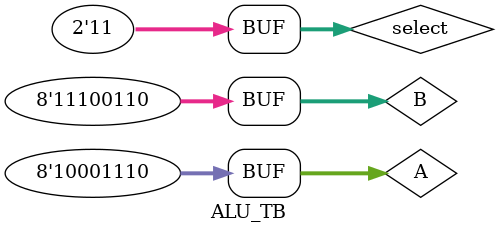
<source format=v>
`include "Pasebani_Masoume_99243022_ALU.v"
 
module ALU_TB();

   wire signed [7:0] out_put;
   wire co;
   reg signed [7:0] A;
   reg signed [7:0] B;
   reg [1:0] select;

   ALU my_ALU(out_put,co,A,B,select);
   initial begin
     
       A=8'sb01101010;
       B=8'sb00100110;
       select=0;
       #30;
       A=8'sb10000000;
       B=8'sb11101101;
       select=0;
       #30;
       A=8'sb11101011;
       B=8'sb00111010;
       select=0;
       #30;
       A=8'sb00111101;
       B=8'sb11111001;
select=0;
       #30;
       B=8'sb00000111;
       select=1;
       #30;
       B=8'sb11010110;
       select=1;
#30;
B=8'sb10001101;
select=1;
#30;
A=8'sb00000001;
B=8'sb00011011;
select=2;
#30;
A=8'sb11101011;
B=8'sb11000011;
select=2;
#30;
A=8'sb11101000;
B=8'sb00011011;
select=2;
#30;
A=8'sb00101011;
B=8'sb10011000;
select=2;
#30;    
A=8'sb01111111;
B=8'sb00001111;
select=3;
#30;
A=8'sb00001111;
B=8'sb11011100;
select=3;
#30;
A=8'sb10111010;
B=8'sb00011101;
select=3;
#30;
A=8'sb10001110;
B=8'sb11100110;
select=3;
#30;

   end

endmodule

</source>
